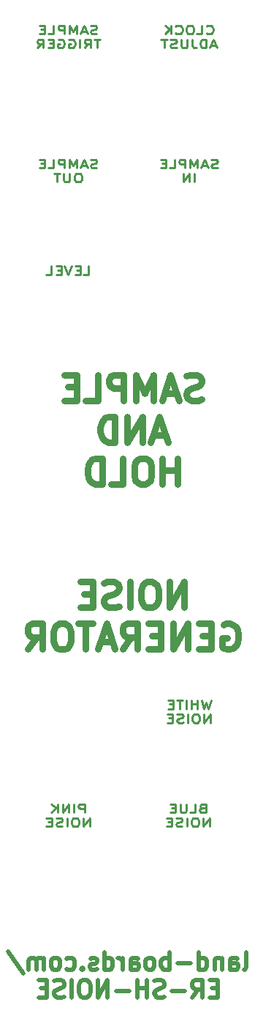
<source format=gbo>
%TF.GenerationSoftware,KiCad,Pcbnew,(6.0.1)*%
%TF.CreationDate,2022-11-11T08:14:05-05:00*%
%TF.ProjectId,ER-SH-NOISE-01_PANEL,45522d53-482d-44e4-9f49-53452d30315f,1*%
%TF.SameCoordinates,Original*%
%TF.FileFunction,Legend,Bot*%
%TF.FilePolarity,Positive*%
%FSLAX46Y46*%
G04 Gerber Fmt 4.6, Leading zero omitted, Abs format (unit mm)*
G04 Created by KiCad (PCBNEW (6.0.1)) date 2022-11-11 08:14:05*
%MOMM*%
%LPD*%
G01*
G04 APERTURE LIST*
%ADD10C,0.250000*%
%ADD11C,0.750000*%
%ADD12C,0.500000*%
G04 APERTURE END LIST*
D10*
X179023809Y-7552142D02*
X179083333Y-7599761D01*
X179261904Y-7647380D01*
X179380952Y-7647380D01*
X179559523Y-7599761D01*
X179678571Y-7504523D01*
X179738095Y-7409285D01*
X179797619Y-7218809D01*
X179797619Y-7075952D01*
X179738095Y-6885476D01*
X179678571Y-6790238D01*
X179559523Y-6695000D01*
X179380952Y-6647380D01*
X179261904Y-6647380D01*
X179083333Y-6695000D01*
X179023809Y-6742619D01*
X177892857Y-7647380D02*
X178488095Y-7647380D01*
X178488095Y-6647380D01*
X177238095Y-6647380D02*
X177000000Y-6647380D01*
X176880952Y-6695000D01*
X176761904Y-6790238D01*
X176702380Y-6980714D01*
X176702380Y-7314047D01*
X176761904Y-7504523D01*
X176880952Y-7599761D01*
X177000000Y-7647380D01*
X177238095Y-7647380D01*
X177357142Y-7599761D01*
X177476190Y-7504523D01*
X177535714Y-7314047D01*
X177535714Y-6980714D01*
X177476190Y-6790238D01*
X177357142Y-6695000D01*
X177238095Y-6647380D01*
X175452380Y-7552142D02*
X175511904Y-7599761D01*
X175690476Y-7647380D01*
X175809523Y-7647380D01*
X175988095Y-7599761D01*
X176107142Y-7504523D01*
X176166666Y-7409285D01*
X176226190Y-7218809D01*
X176226190Y-7075952D01*
X176166666Y-6885476D01*
X176107142Y-6790238D01*
X175988095Y-6695000D01*
X175809523Y-6647380D01*
X175690476Y-6647380D01*
X175511904Y-6695000D01*
X175452380Y-6742619D01*
X174916666Y-7647380D02*
X174916666Y-6647380D01*
X174202380Y-7647380D02*
X174738095Y-7075952D01*
X174202380Y-6647380D02*
X174916666Y-7218809D01*
X180125000Y-8971666D02*
X179529761Y-8971666D01*
X180244047Y-9257380D02*
X179827380Y-8257380D01*
X179410714Y-9257380D01*
X178994047Y-9257380D02*
X178994047Y-8257380D01*
X178696428Y-8257380D01*
X178517857Y-8305000D01*
X178398809Y-8400238D01*
X178339285Y-8495476D01*
X178279761Y-8685952D01*
X178279761Y-8828809D01*
X178339285Y-9019285D01*
X178398809Y-9114523D01*
X178517857Y-9209761D01*
X178696428Y-9257380D01*
X178994047Y-9257380D01*
X177386904Y-8257380D02*
X177386904Y-8971666D01*
X177446428Y-9114523D01*
X177565476Y-9209761D01*
X177744047Y-9257380D01*
X177863095Y-9257380D01*
X176791666Y-8257380D02*
X176791666Y-9066904D01*
X176732142Y-9162142D01*
X176672619Y-9209761D01*
X176553571Y-9257380D01*
X176315476Y-9257380D01*
X176196428Y-9209761D01*
X176136904Y-9162142D01*
X176077380Y-9066904D01*
X176077380Y-8257380D01*
X175541666Y-9209761D02*
X175363095Y-9257380D01*
X175065476Y-9257380D01*
X174946428Y-9209761D01*
X174886904Y-9162142D01*
X174827380Y-9066904D01*
X174827380Y-8971666D01*
X174886904Y-8876428D01*
X174946428Y-8828809D01*
X175065476Y-8781190D01*
X175303571Y-8733571D01*
X175422619Y-8685952D01*
X175482142Y-8638333D01*
X175541666Y-8543095D01*
X175541666Y-8447857D01*
X175482142Y-8352619D01*
X175422619Y-8305000D01*
X175303571Y-8257380D01*
X175005952Y-8257380D01*
X174827380Y-8305000D01*
X174470238Y-8257380D02*
X173755952Y-8257380D01*
X174113095Y-9257380D02*
X174113095Y-8257380D01*
X166303571Y-23099761D02*
X166125000Y-23147380D01*
X165827380Y-23147380D01*
X165708333Y-23099761D01*
X165648809Y-23052142D01*
X165589285Y-22956904D01*
X165589285Y-22861666D01*
X165648809Y-22766428D01*
X165708333Y-22718809D01*
X165827380Y-22671190D01*
X166065476Y-22623571D01*
X166184523Y-22575952D01*
X166244047Y-22528333D01*
X166303571Y-22433095D01*
X166303571Y-22337857D01*
X166244047Y-22242619D01*
X166184523Y-22195000D01*
X166065476Y-22147380D01*
X165767857Y-22147380D01*
X165589285Y-22195000D01*
X165113095Y-22861666D02*
X164517857Y-22861666D01*
X165232142Y-23147380D02*
X164815476Y-22147380D01*
X164398809Y-23147380D01*
X163982142Y-23147380D02*
X163982142Y-22147380D01*
X163565476Y-22861666D01*
X163148809Y-22147380D01*
X163148809Y-23147380D01*
X162553571Y-23147380D02*
X162553571Y-22147380D01*
X162077380Y-22147380D01*
X161958333Y-22195000D01*
X161898809Y-22242619D01*
X161839285Y-22337857D01*
X161839285Y-22480714D01*
X161898809Y-22575952D01*
X161958333Y-22623571D01*
X162077380Y-22671190D01*
X162553571Y-22671190D01*
X160708333Y-23147380D02*
X161303571Y-23147380D01*
X161303571Y-22147380D01*
X160291666Y-22623571D02*
X159875000Y-22623571D01*
X159696428Y-23147380D02*
X160291666Y-23147380D01*
X160291666Y-22147380D01*
X159696428Y-22147380D01*
X164250000Y-23757380D02*
X164011904Y-23757380D01*
X163892857Y-23805000D01*
X163773809Y-23900238D01*
X163714285Y-24090714D01*
X163714285Y-24424047D01*
X163773809Y-24614523D01*
X163892857Y-24709761D01*
X164011904Y-24757380D01*
X164250000Y-24757380D01*
X164369047Y-24709761D01*
X164488095Y-24614523D01*
X164547619Y-24424047D01*
X164547619Y-24090714D01*
X164488095Y-23900238D01*
X164369047Y-23805000D01*
X164250000Y-23757380D01*
X163178571Y-23757380D02*
X163178571Y-24566904D01*
X163119047Y-24662142D01*
X163059523Y-24709761D01*
X162940476Y-24757380D01*
X162702380Y-24757380D01*
X162583333Y-24709761D01*
X162523809Y-24662142D01*
X162464285Y-24566904D01*
X162464285Y-23757380D01*
X162047619Y-23757380D02*
X161333333Y-23757380D01*
X161690476Y-24757380D02*
X161690476Y-23757380D01*
X179529761Y-84647380D02*
X179232142Y-85647380D01*
X178994047Y-84933095D01*
X178755952Y-85647380D01*
X178458333Y-84647380D01*
X177982142Y-85647380D02*
X177982142Y-84647380D01*
X177982142Y-85123571D02*
X177267857Y-85123571D01*
X177267857Y-85647380D02*
X177267857Y-84647380D01*
X176672619Y-85647380D02*
X176672619Y-84647380D01*
X176255952Y-84647380D02*
X175541666Y-84647380D01*
X175898809Y-85647380D02*
X175898809Y-84647380D01*
X175125000Y-85123571D02*
X174708333Y-85123571D01*
X174529761Y-85647380D02*
X175125000Y-85647380D01*
X175125000Y-84647380D01*
X174529761Y-84647380D01*
X179470238Y-87257380D02*
X179470238Y-86257380D01*
X178755952Y-87257380D01*
X178755952Y-86257380D01*
X177922619Y-86257380D02*
X177684523Y-86257380D01*
X177565476Y-86305000D01*
X177446428Y-86400238D01*
X177386904Y-86590714D01*
X177386904Y-86924047D01*
X177446428Y-87114523D01*
X177565476Y-87209761D01*
X177684523Y-87257380D01*
X177922619Y-87257380D01*
X178041666Y-87209761D01*
X178160714Y-87114523D01*
X178220238Y-86924047D01*
X178220238Y-86590714D01*
X178160714Y-86400238D01*
X178041666Y-86305000D01*
X177922619Y-86257380D01*
X176851190Y-87257380D02*
X176851190Y-86257380D01*
X176315476Y-87209761D02*
X176136904Y-87257380D01*
X175839285Y-87257380D01*
X175720238Y-87209761D01*
X175660714Y-87162142D01*
X175601190Y-87066904D01*
X175601190Y-86971666D01*
X175660714Y-86876428D01*
X175720238Y-86828809D01*
X175839285Y-86781190D01*
X176077380Y-86733571D01*
X176196428Y-86685952D01*
X176255952Y-86638333D01*
X176315476Y-86543095D01*
X176315476Y-86447857D01*
X176255952Y-86352619D01*
X176196428Y-86305000D01*
X176077380Y-86257380D01*
X175779761Y-86257380D01*
X175601190Y-86305000D01*
X175065476Y-86733571D02*
X174648809Y-86733571D01*
X174470238Y-87257380D02*
X175065476Y-87257380D01*
X175065476Y-86257380D01*
X174470238Y-86257380D01*
D11*
X176428571Y-73942142D02*
X176428571Y-70942142D01*
X174714285Y-73942142D01*
X174714285Y-70942142D01*
X172714285Y-70942142D02*
X172142857Y-70942142D01*
X171857142Y-71085000D01*
X171571428Y-71370714D01*
X171428571Y-71942142D01*
X171428571Y-72942142D01*
X171571428Y-73513571D01*
X171857142Y-73799285D01*
X172142857Y-73942142D01*
X172714285Y-73942142D01*
X173000000Y-73799285D01*
X173285714Y-73513571D01*
X173428571Y-72942142D01*
X173428571Y-71942142D01*
X173285714Y-71370714D01*
X173000000Y-71085000D01*
X172714285Y-70942142D01*
X170142857Y-73942142D02*
X170142857Y-70942142D01*
X168857142Y-73799285D02*
X168428571Y-73942142D01*
X167714285Y-73942142D01*
X167428571Y-73799285D01*
X167285714Y-73656428D01*
X167142857Y-73370714D01*
X167142857Y-73085000D01*
X167285714Y-72799285D01*
X167428571Y-72656428D01*
X167714285Y-72513571D01*
X168285714Y-72370714D01*
X168571428Y-72227857D01*
X168714285Y-72085000D01*
X168857142Y-71799285D01*
X168857142Y-71513571D01*
X168714285Y-71227857D01*
X168571428Y-71085000D01*
X168285714Y-70942142D01*
X167571428Y-70942142D01*
X167142857Y-71085000D01*
X165857142Y-72370714D02*
X164857142Y-72370714D01*
X164428571Y-73942142D02*
X165857142Y-73942142D01*
X165857142Y-70942142D01*
X164428571Y-70942142D01*
X181000000Y-75915000D02*
X181285714Y-75772142D01*
X181714285Y-75772142D01*
X182142857Y-75915000D01*
X182428571Y-76200714D01*
X182571428Y-76486428D01*
X182714285Y-77057857D01*
X182714285Y-77486428D01*
X182571428Y-78057857D01*
X182428571Y-78343571D01*
X182142857Y-78629285D01*
X181714285Y-78772142D01*
X181428571Y-78772142D01*
X181000000Y-78629285D01*
X180857142Y-78486428D01*
X180857142Y-77486428D01*
X181428571Y-77486428D01*
X179571428Y-77200714D02*
X178571428Y-77200714D01*
X178142857Y-78772142D02*
X179571428Y-78772142D01*
X179571428Y-75772142D01*
X178142857Y-75772142D01*
X176857142Y-78772142D02*
X176857142Y-75772142D01*
X175142857Y-78772142D01*
X175142857Y-75772142D01*
X173714285Y-77200714D02*
X172714285Y-77200714D01*
X172285714Y-78772142D02*
X173714285Y-78772142D01*
X173714285Y-75772142D01*
X172285714Y-75772142D01*
X169285714Y-78772142D02*
X170285714Y-77343571D01*
X171000000Y-78772142D02*
X171000000Y-75772142D01*
X169857142Y-75772142D01*
X169571428Y-75915000D01*
X169428571Y-76057857D01*
X169285714Y-76343571D01*
X169285714Y-76772142D01*
X169428571Y-77057857D01*
X169571428Y-77200714D01*
X169857142Y-77343571D01*
X171000000Y-77343571D01*
X168142857Y-77915000D02*
X166714285Y-77915000D01*
X168428571Y-78772142D02*
X167428571Y-75772142D01*
X166428571Y-78772142D01*
X165857142Y-75772142D02*
X164142857Y-75772142D01*
X165000000Y-78772142D02*
X165000000Y-75772142D01*
X162571428Y-75772142D02*
X162000000Y-75772142D01*
X161714285Y-75915000D01*
X161428571Y-76200714D01*
X161285714Y-76772142D01*
X161285714Y-77772142D01*
X161428571Y-78343571D01*
X161714285Y-78629285D01*
X162000000Y-78772142D01*
X162571428Y-78772142D01*
X162857142Y-78629285D01*
X163142857Y-78343571D01*
X163285714Y-77772142D01*
X163285714Y-76772142D01*
X163142857Y-76200714D01*
X162857142Y-75915000D01*
X162571428Y-75772142D01*
X158285714Y-78772142D02*
X159285714Y-77343571D01*
X160000000Y-78772142D02*
X160000000Y-75772142D01*
X158857142Y-75772142D01*
X158571428Y-75915000D01*
X158428571Y-76057857D01*
X158285714Y-76343571D01*
X158285714Y-76772142D01*
X158428571Y-77057857D01*
X158571428Y-77200714D01*
X158857142Y-77343571D01*
X160000000Y-77343571D01*
X178428571Y-49884285D02*
X178000000Y-50027142D01*
X177285714Y-50027142D01*
X177000000Y-49884285D01*
X176857142Y-49741428D01*
X176714285Y-49455714D01*
X176714285Y-49170000D01*
X176857142Y-48884285D01*
X177000000Y-48741428D01*
X177285714Y-48598571D01*
X177857142Y-48455714D01*
X178142857Y-48312857D01*
X178285714Y-48170000D01*
X178428571Y-47884285D01*
X178428571Y-47598571D01*
X178285714Y-47312857D01*
X178142857Y-47170000D01*
X177857142Y-47027142D01*
X177142857Y-47027142D01*
X176714285Y-47170000D01*
X175571428Y-49170000D02*
X174142857Y-49170000D01*
X175857142Y-50027142D02*
X174857142Y-47027142D01*
X173857142Y-50027142D01*
X172857142Y-50027142D02*
X172857142Y-47027142D01*
X171857142Y-49170000D01*
X170857142Y-47027142D01*
X170857142Y-50027142D01*
X169428571Y-50027142D02*
X169428571Y-47027142D01*
X168285714Y-47027142D01*
X168000000Y-47170000D01*
X167857142Y-47312857D01*
X167714285Y-47598571D01*
X167714285Y-48027142D01*
X167857142Y-48312857D01*
X168000000Y-48455714D01*
X168285714Y-48598571D01*
X169428571Y-48598571D01*
X165000000Y-50027142D02*
X166428571Y-50027142D01*
X166428571Y-47027142D01*
X164000000Y-48455714D02*
X163000000Y-48455714D01*
X162571428Y-50027142D02*
X164000000Y-50027142D01*
X164000000Y-47027142D01*
X162571428Y-47027142D01*
X174285714Y-54000000D02*
X172857142Y-54000000D01*
X174571428Y-54857142D02*
X173571428Y-51857142D01*
X172571428Y-54857142D01*
X171571428Y-54857142D02*
X171571428Y-51857142D01*
X169857142Y-54857142D01*
X169857142Y-51857142D01*
X168428571Y-54857142D02*
X168428571Y-51857142D01*
X167714285Y-51857142D01*
X167285714Y-52000000D01*
X167000000Y-52285714D01*
X166857142Y-52571428D01*
X166714285Y-53142857D01*
X166714285Y-53571428D01*
X166857142Y-54142857D01*
X167000000Y-54428571D01*
X167285714Y-54714285D01*
X167714285Y-54857142D01*
X168428571Y-54857142D01*
X175642857Y-59687142D02*
X175642857Y-56687142D01*
X175642857Y-58115714D02*
X173928571Y-58115714D01*
X173928571Y-59687142D02*
X173928571Y-56687142D01*
X171928571Y-56687142D02*
X171357142Y-56687142D01*
X171071428Y-56830000D01*
X170785714Y-57115714D01*
X170642857Y-57687142D01*
X170642857Y-58687142D01*
X170785714Y-59258571D01*
X171071428Y-59544285D01*
X171357142Y-59687142D01*
X171928571Y-59687142D01*
X172214285Y-59544285D01*
X172500000Y-59258571D01*
X172642857Y-58687142D01*
X172642857Y-57687142D01*
X172500000Y-57115714D01*
X172214285Y-56830000D01*
X171928571Y-56687142D01*
X167928571Y-59687142D02*
X169357142Y-59687142D01*
X169357142Y-56687142D01*
X166928571Y-59687142D02*
X166928571Y-56687142D01*
X166214285Y-56687142D01*
X165785714Y-56830000D01*
X165500000Y-57115714D01*
X165357142Y-57401428D01*
X165214285Y-57972857D01*
X165214285Y-58401428D01*
X165357142Y-58972857D01*
X165500000Y-59258571D01*
X165785714Y-59544285D01*
X166214285Y-59687142D01*
X166928571Y-59687142D01*
D10*
X178536904Y-97123571D02*
X178358333Y-97171190D01*
X178298809Y-97218809D01*
X178239285Y-97314047D01*
X178239285Y-97456904D01*
X178298809Y-97552142D01*
X178358333Y-97599761D01*
X178477380Y-97647380D01*
X178953571Y-97647380D01*
X178953571Y-96647380D01*
X178536904Y-96647380D01*
X178417857Y-96695000D01*
X178358333Y-96742619D01*
X178298809Y-96837857D01*
X178298809Y-96933095D01*
X178358333Y-97028333D01*
X178417857Y-97075952D01*
X178536904Y-97123571D01*
X178953571Y-97123571D01*
X177108333Y-97647380D02*
X177703571Y-97647380D01*
X177703571Y-96647380D01*
X176691666Y-96647380D02*
X176691666Y-97456904D01*
X176632142Y-97552142D01*
X176572619Y-97599761D01*
X176453571Y-97647380D01*
X176215476Y-97647380D01*
X176096428Y-97599761D01*
X176036904Y-97552142D01*
X175977380Y-97456904D01*
X175977380Y-96647380D01*
X175382142Y-97123571D02*
X174965476Y-97123571D01*
X174786904Y-97647380D02*
X175382142Y-97647380D01*
X175382142Y-96647380D01*
X174786904Y-96647380D01*
X179370238Y-99257380D02*
X179370238Y-98257380D01*
X178655952Y-99257380D01*
X178655952Y-98257380D01*
X177822619Y-98257380D02*
X177584523Y-98257380D01*
X177465476Y-98305000D01*
X177346428Y-98400238D01*
X177286904Y-98590714D01*
X177286904Y-98924047D01*
X177346428Y-99114523D01*
X177465476Y-99209761D01*
X177584523Y-99257380D01*
X177822619Y-99257380D01*
X177941666Y-99209761D01*
X178060714Y-99114523D01*
X178120238Y-98924047D01*
X178120238Y-98590714D01*
X178060714Y-98400238D01*
X177941666Y-98305000D01*
X177822619Y-98257380D01*
X176751190Y-99257380D02*
X176751190Y-98257380D01*
X176215476Y-99209761D02*
X176036904Y-99257380D01*
X175739285Y-99257380D01*
X175620238Y-99209761D01*
X175560714Y-99162142D01*
X175501190Y-99066904D01*
X175501190Y-98971666D01*
X175560714Y-98876428D01*
X175620238Y-98828809D01*
X175739285Y-98781190D01*
X175977380Y-98733571D01*
X176096428Y-98685952D01*
X176155952Y-98638333D01*
X176215476Y-98543095D01*
X176215476Y-98447857D01*
X176155952Y-98352619D01*
X176096428Y-98305000D01*
X175977380Y-98257380D01*
X175679761Y-98257380D01*
X175501190Y-98305000D01*
X174965476Y-98733571D02*
X174548809Y-98733571D01*
X174370238Y-99257380D02*
X174965476Y-99257380D01*
X174965476Y-98257380D01*
X174370238Y-98257380D01*
X180303571Y-23099761D02*
X180125000Y-23147380D01*
X179827380Y-23147380D01*
X179708333Y-23099761D01*
X179648809Y-23052142D01*
X179589285Y-22956904D01*
X179589285Y-22861666D01*
X179648809Y-22766428D01*
X179708333Y-22718809D01*
X179827380Y-22671190D01*
X180065476Y-22623571D01*
X180184523Y-22575952D01*
X180244047Y-22528333D01*
X180303571Y-22433095D01*
X180303571Y-22337857D01*
X180244047Y-22242619D01*
X180184523Y-22195000D01*
X180065476Y-22147380D01*
X179767857Y-22147380D01*
X179589285Y-22195000D01*
X179113095Y-22861666D02*
X178517857Y-22861666D01*
X179232142Y-23147380D02*
X178815476Y-22147380D01*
X178398809Y-23147380D01*
X177982142Y-23147380D02*
X177982142Y-22147380D01*
X177565476Y-22861666D01*
X177148809Y-22147380D01*
X177148809Y-23147380D01*
X176553571Y-23147380D02*
X176553571Y-22147380D01*
X176077380Y-22147380D01*
X175958333Y-22195000D01*
X175898809Y-22242619D01*
X175839285Y-22337857D01*
X175839285Y-22480714D01*
X175898809Y-22575952D01*
X175958333Y-22623571D01*
X176077380Y-22671190D01*
X176553571Y-22671190D01*
X174708333Y-23147380D02*
X175303571Y-23147380D01*
X175303571Y-22147380D01*
X174291666Y-22623571D02*
X173875000Y-22623571D01*
X173696428Y-23147380D02*
X174291666Y-23147380D01*
X174291666Y-22147380D01*
X173696428Y-22147380D01*
X177654761Y-24757380D02*
X177654761Y-23757380D01*
X177059523Y-24757380D02*
X177059523Y-23757380D01*
X176345238Y-24757380D01*
X176345238Y-23757380D01*
X164904761Y-97647380D02*
X164904761Y-96647380D01*
X164428571Y-96647380D01*
X164309523Y-96695000D01*
X164250000Y-96742619D01*
X164190476Y-96837857D01*
X164190476Y-96980714D01*
X164250000Y-97075952D01*
X164309523Y-97123571D01*
X164428571Y-97171190D01*
X164904761Y-97171190D01*
X163654761Y-97647380D02*
X163654761Y-96647380D01*
X163059523Y-97647380D02*
X163059523Y-96647380D01*
X162345238Y-97647380D01*
X162345238Y-96647380D01*
X161750000Y-97647380D02*
X161750000Y-96647380D01*
X161035714Y-97647380D02*
X161571428Y-97075952D01*
X161035714Y-96647380D02*
X161750000Y-97218809D01*
X165470238Y-99257380D02*
X165470238Y-98257380D01*
X164755952Y-99257380D01*
X164755952Y-98257380D01*
X163922619Y-98257380D02*
X163684523Y-98257380D01*
X163565476Y-98305000D01*
X163446428Y-98400238D01*
X163386904Y-98590714D01*
X163386904Y-98924047D01*
X163446428Y-99114523D01*
X163565476Y-99209761D01*
X163684523Y-99257380D01*
X163922619Y-99257380D01*
X164041666Y-99209761D01*
X164160714Y-99114523D01*
X164220238Y-98924047D01*
X164220238Y-98590714D01*
X164160714Y-98400238D01*
X164041666Y-98305000D01*
X163922619Y-98257380D01*
X162851190Y-99257380D02*
X162851190Y-98257380D01*
X162315476Y-99209761D02*
X162136904Y-99257380D01*
X161839285Y-99257380D01*
X161720238Y-99209761D01*
X161660714Y-99162142D01*
X161601190Y-99066904D01*
X161601190Y-98971666D01*
X161660714Y-98876428D01*
X161720238Y-98828809D01*
X161839285Y-98781190D01*
X162077380Y-98733571D01*
X162196428Y-98685952D01*
X162255952Y-98638333D01*
X162315476Y-98543095D01*
X162315476Y-98447857D01*
X162255952Y-98352619D01*
X162196428Y-98305000D01*
X162077380Y-98257380D01*
X161779761Y-98257380D01*
X161601190Y-98305000D01*
X161065476Y-98733571D02*
X160648809Y-98733571D01*
X160470238Y-99257380D02*
X161065476Y-99257380D01*
X161065476Y-98257380D01*
X160470238Y-98257380D01*
X166303571Y-7599761D02*
X166125000Y-7647380D01*
X165827380Y-7647380D01*
X165708333Y-7599761D01*
X165648809Y-7552142D01*
X165589285Y-7456904D01*
X165589285Y-7361666D01*
X165648809Y-7266428D01*
X165708333Y-7218809D01*
X165827380Y-7171190D01*
X166065476Y-7123571D01*
X166184523Y-7075952D01*
X166244047Y-7028333D01*
X166303571Y-6933095D01*
X166303571Y-6837857D01*
X166244047Y-6742619D01*
X166184523Y-6695000D01*
X166065476Y-6647380D01*
X165767857Y-6647380D01*
X165589285Y-6695000D01*
X165113095Y-7361666D02*
X164517857Y-7361666D01*
X165232142Y-7647380D02*
X164815476Y-6647380D01*
X164398809Y-7647380D01*
X163982142Y-7647380D02*
X163982142Y-6647380D01*
X163565476Y-7361666D01*
X163148809Y-6647380D01*
X163148809Y-7647380D01*
X162553571Y-7647380D02*
X162553571Y-6647380D01*
X162077380Y-6647380D01*
X161958333Y-6695000D01*
X161898809Y-6742619D01*
X161839285Y-6837857D01*
X161839285Y-6980714D01*
X161898809Y-7075952D01*
X161958333Y-7123571D01*
X162077380Y-7171190D01*
X162553571Y-7171190D01*
X160708333Y-7647380D02*
X161303571Y-7647380D01*
X161303571Y-6647380D01*
X160291666Y-7123571D02*
X159875000Y-7123571D01*
X159696428Y-7647380D02*
X160291666Y-7647380D01*
X160291666Y-6647380D01*
X159696428Y-6647380D01*
X166720238Y-8257380D02*
X166005952Y-8257380D01*
X166363095Y-9257380D02*
X166363095Y-8257380D01*
X164875000Y-9257380D02*
X165291666Y-8781190D01*
X165589285Y-9257380D02*
X165589285Y-8257380D01*
X165113095Y-8257380D01*
X164994047Y-8305000D01*
X164934523Y-8352619D01*
X164875000Y-8447857D01*
X164875000Y-8590714D01*
X164934523Y-8685952D01*
X164994047Y-8733571D01*
X165113095Y-8781190D01*
X165589285Y-8781190D01*
X164339285Y-9257380D02*
X164339285Y-8257380D01*
X163089285Y-8305000D02*
X163208333Y-8257380D01*
X163386904Y-8257380D01*
X163565476Y-8305000D01*
X163684523Y-8400238D01*
X163744047Y-8495476D01*
X163803571Y-8685952D01*
X163803571Y-8828809D01*
X163744047Y-9019285D01*
X163684523Y-9114523D01*
X163565476Y-9209761D01*
X163386904Y-9257380D01*
X163267857Y-9257380D01*
X163089285Y-9209761D01*
X163029761Y-9162142D01*
X163029761Y-8828809D01*
X163267857Y-8828809D01*
X161839285Y-8305000D02*
X161958333Y-8257380D01*
X162136904Y-8257380D01*
X162315476Y-8305000D01*
X162434523Y-8400238D01*
X162494047Y-8495476D01*
X162553571Y-8685952D01*
X162553571Y-8828809D01*
X162494047Y-9019285D01*
X162434523Y-9114523D01*
X162315476Y-9209761D01*
X162136904Y-9257380D01*
X162017857Y-9257380D01*
X161839285Y-9209761D01*
X161779761Y-9162142D01*
X161779761Y-8828809D01*
X162017857Y-8828809D01*
X161244047Y-8733571D02*
X160827380Y-8733571D01*
X160648809Y-9257380D02*
X161244047Y-9257380D01*
X161244047Y-8257380D01*
X160648809Y-8257380D01*
X159398809Y-9257380D02*
X159815476Y-8781190D01*
X160113095Y-9257380D02*
X160113095Y-8257380D01*
X159636904Y-8257380D01*
X159517857Y-8305000D01*
X159458333Y-8352619D01*
X159398809Y-8447857D01*
X159398809Y-8590714D01*
X159458333Y-8685952D01*
X159517857Y-8733571D01*
X159636904Y-8781190D01*
X160113095Y-8781190D01*
X164785714Y-35452380D02*
X165380952Y-35452380D01*
X165380952Y-34452380D01*
X164369047Y-34928571D02*
X163952380Y-34928571D01*
X163773809Y-35452380D02*
X164369047Y-35452380D01*
X164369047Y-34452380D01*
X163773809Y-34452380D01*
X163416666Y-34452380D02*
X163000000Y-35452380D01*
X162583333Y-34452380D01*
X162166666Y-34928571D02*
X161750000Y-34928571D01*
X161571428Y-35452380D02*
X162166666Y-35452380D01*
X162166666Y-34452380D01*
X161571428Y-34452380D01*
X160440476Y-35452380D02*
X161035714Y-35452380D01*
X161035714Y-34452380D01*
D12*
X183380952Y-115794761D02*
X183571428Y-115699523D01*
X183666666Y-115509047D01*
X183666666Y-113794761D01*
X181761904Y-115794761D02*
X181761904Y-114747142D01*
X181857142Y-114556666D01*
X182047619Y-114461428D01*
X182428571Y-114461428D01*
X182619047Y-114556666D01*
X181761904Y-115699523D02*
X181952380Y-115794761D01*
X182428571Y-115794761D01*
X182619047Y-115699523D01*
X182714285Y-115509047D01*
X182714285Y-115318571D01*
X182619047Y-115128095D01*
X182428571Y-115032857D01*
X181952380Y-115032857D01*
X181761904Y-114937619D01*
X180809523Y-114461428D02*
X180809523Y-115794761D01*
X180809523Y-114651904D02*
X180714285Y-114556666D01*
X180523809Y-114461428D01*
X180238095Y-114461428D01*
X180047619Y-114556666D01*
X179952380Y-114747142D01*
X179952380Y-115794761D01*
X178142857Y-115794761D02*
X178142857Y-113794761D01*
X178142857Y-115699523D02*
X178333333Y-115794761D01*
X178714285Y-115794761D01*
X178904761Y-115699523D01*
X179000000Y-115604285D01*
X179095238Y-115413809D01*
X179095238Y-114842380D01*
X179000000Y-114651904D01*
X178904761Y-114556666D01*
X178714285Y-114461428D01*
X178333333Y-114461428D01*
X178142857Y-114556666D01*
X177190476Y-115032857D02*
X175666666Y-115032857D01*
X174714285Y-115794761D02*
X174714285Y-113794761D01*
X174714285Y-114556666D02*
X174523809Y-114461428D01*
X174142857Y-114461428D01*
X173952380Y-114556666D01*
X173857142Y-114651904D01*
X173761904Y-114842380D01*
X173761904Y-115413809D01*
X173857142Y-115604285D01*
X173952380Y-115699523D01*
X174142857Y-115794761D01*
X174523809Y-115794761D01*
X174714285Y-115699523D01*
X172619047Y-115794761D02*
X172809523Y-115699523D01*
X172904761Y-115604285D01*
X173000000Y-115413809D01*
X173000000Y-114842380D01*
X172904761Y-114651904D01*
X172809523Y-114556666D01*
X172619047Y-114461428D01*
X172333333Y-114461428D01*
X172142857Y-114556666D01*
X172047619Y-114651904D01*
X171952380Y-114842380D01*
X171952380Y-115413809D01*
X172047619Y-115604285D01*
X172142857Y-115699523D01*
X172333333Y-115794761D01*
X172619047Y-115794761D01*
X170238095Y-115794761D02*
X170238095Y-114747142D01*
X170333333Y-114556666D01*
X170523809Y-114461428D01*
X170904761Y-114461428D01*
X171095238Y-114556666D01*
X170238095Y-115699523D02*
X170428571Y-115794761D01*
X170904761Y-115794761D01*
X171095238Y-115699523D01*
X171190476Y-115509047D01*
X171190476Y-115318571D01*
X171095238Y-115128095D01*
X170904761Y-115032857D01*
X170428571Y-115032857D01*
X170238095Y-114937619D01*
X169285714Y-115794761D02*
X169285714Y-114461428D01*
X169285714Y-114842380D02*
X169190476Y-114651904D01*
X169095238Y-114556666D01*
X168904761Y-114461428D01*
X168714285Y-114461428D01*
X167190476Y-115794761D02*
X167190476Y-113794761D01*
X167190476Y-115699523D02*
X167380952Y-115794761D01*
X167761904Y-115794761D01*
X167952380Y-115699523D01*
X168047619Y-115604285D01*
X168142857Y-115413809D01*
X168142857Y-114842380D01*
X168047619Y-114651904D01*
X167952380Y-114556666D01*
X167761904Y-114461428D01*
X167380952Y-114461428D01*
X167190476Y-114556666D01*
X166333333Y-115699523D02*
X166142857Y-115794761D01*
X165761904Y-115794761D01*
X165571428Y-115699523D01*
X165476190Y-115509047D01*
X165476190Y-115413809D01*
X165571428Y-115223333D01*
X165761904Y-115128095D01*
X166047619Y-115128095D01*
X166238095Y-115032857D01*
X166333333Y-114842380D01*
X166333333Y-114747142D01*
X166238095Y-114556666D01*
X166047619Y-114461428D01*
X165761904Y-114461428D01*
X165571428Y-114556666D01*
X164619047Y-115604285D02*
X164523809Y-115699523D01*
X164619047Y-115794761D01*
X164714285Y-115699523D01*
X164619047Y-115604285D01*
X164619047Y-115794761D01*
X162809523Y-115699523D02*
X163000000Y-115794761D01*
X163380952Y-115794761D01*
X163571428Y-115699523D01*
X163666666Y-115604285D01*
X163761904Y-115413809D01*
X163761904Y-114842380D01*
X163666666Y-114651904D01*
X163571428Y-114556666D01*
X163380952Y-114461428D01*
X163000000Y-114461428D01*
X162809523Y-114556666D01*
X161666666Y-115794761D02*
X161857142Y-115699523D01*
X161952380Y-115604285D01*
X162047619Y-115413809D01*
X162047619Y-114842380D01*
X161952380Y-114651904D01*
X161857142Y-114556666D01*
X161666666Y-114461428D01*
X161380952Y-114461428D01*
X161190476Y-114556666D01*
X161095238Y-114651904D01*
X161000000Y-114842380D01*
X161000000Y-115413809D01*
X161095238Y-115604285D01*
X161190476Y-115699523D01*
X161380952Y-115794761D01*
X161666666Y-115794761D01*
X160142857Y-115794761D02*
X160142857Y-114461428D01*
X160142857Y-114651904D02*
X160047619Y-114556666D01*
X159857142Y-114461428D01*
X159571428Y-114461428D01*
X159380952Y-114556666D01*
X159285714Y-114747142D01*
X159285714Y-115794761D01*
X159285714Y-114747142D02*
X159190476Y-114556666D01*
X159000000Y-114461428D01*
X158714285Y-114461428D01*
X158523809Y-114556666D01*
X158428571Y-114747142D01*
X158428571Y-115794761D01*
X156047619Y-113699523D02*
X157761904Y-116270952D01*
X180333333Y-117967142D02*
X179666666Y-117967142D01*
X179380952Y-119014761D02*
X180333333Y-119014761D01*
X180333333Y-117014761D01*
X179380952Y-117014761D01*
X177380952Y-119014761D02*
X178047619Y-118062380D01*
X178523809Y-119014761D02*
X178523809Y-117014761D01*
X177761904Y-117014761D01*
X177571428Y-117110000D01*
X177476190Y-117205238D01*
X177380952Y-117395714D01*
X177380952Y-117681428D01*
X177476190Y-117871904D01*
X177571428Y-117967142D01*
X177761904Y-118062380D01*
X178523809Y-118062380D01*
X176523809Y-118252857D02*
X175000000Y-118252857D01*
X174142857Y-118919523D02*
X173857142Y-119014761D01*
X173380952Y-119014761D01*
X173190476Y-118919523D01*
X173095238Y-118824285D01*
X173000000Y-118633809D01*
X173000000Y-118443333D01*
X173095238Y-118252857D01*
X173190476Y-118157619D01*
X173380952Y-118062380D01*
X173761904Y-117967142D01*
X173952380Y-117871904D01*
X174047619Y-117776666D01*
X174142857Y-117586190D01*
X174142857Y-117395714D01*
X174047619Y-117205238D01*
X173952380Y-117110000D01*
X173761904Y-117014761D01*
X173285714Y-117014761D01*
X173000000Y-117110000D01*
X172142857Y-119014761D02*
X172142857Y-117014761D01*
X172142857Y-117967142D02*
X171000000Y-117967142D01*
X171000000Y-119014761D02*
X171000000Y-117014761D01*
X170047619Y-118252857D02*
X168523809Y-118252857D01*
X167571428Y-119014761D02*
X167571428Y-117014761D01*
X166428571Y-119014761D01*
X166428571Y-117014761D01*
X165095238Y-117014761D02*
X164714285Y-117014761D01*
X164523809Y-117110000D01*
X164333333Y-117300476D01*
X164238095Y-117681428D01*
X164238095Y-118348095D01*
X164333333Y-118729047D01*
X164523809Y-118919523D01*
X164714285Y-119014761D01*
X165095238Y-119014761D01*
X165285714Y-118919523D01*
X165476190Y-118729047D01*
X165571428Y-118348095D01*
X165571428Y-117681428D01*
X165476190Y-117300476D01*
X165285714Y-117110000D01*
X165095238Y-117014761D01*
X163380952Y-119014761D02*
X163380952Y-117014761D01*
X162523809Y-118919523D02*
X162238095Y-119014761D01*
X161761904Y-119014761D01*
X161571428Y-118919523D01*
X161476190Y-118824285D01*
X161380952Y-118633809D01*
X161380952Y-118443333D01*
X161476190Y-118252857D01*
X161571428Y-118157619D01*
X161761904Y-118062380D01*
X162142857Y-117967142D01*
X162333333Y-117871904D01*
X162428571Y-117776666D01*
X162523809Y-117586190D01*
X162523809Y-117395714D01*
X162428571Y-117205238D01*
X162333333Y-117110000D01*
X162142857Y-117014761D01*
X161666666Y-117014761D01*
X161380952Y-117110000D01*
X160523809Y-117967142D02*
X159857142Y-117967142D01*
X159571428Y-119014761D02*
X160523809Y-119014761D01*
X160523809Y-117014761D01*
X159571428Y-117014761D01*
M02*

</source>
